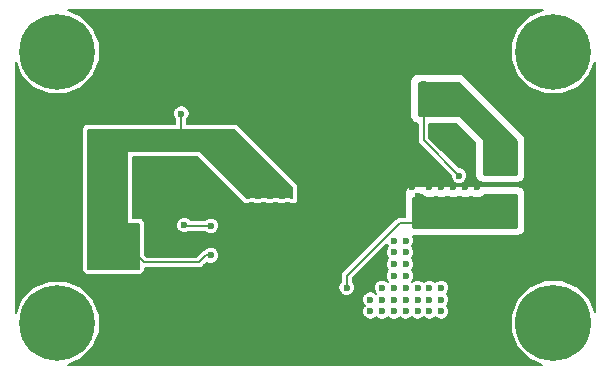
<source format=gbr>
G04 #@! TF.GenerationSoftware,KiCad,Pcbnew,(5.0.1)-rc2*
G04 #@! TF.CreationDate,2019-04-27T23:34:42+02:00*
G04 #@! TF.ProjectId,Noiseless Switching Supply,4E6F6973656C65737320537769746368,rev?*
G04 #@! TF.SameCoordinates,Original*
G04 #@! TF.FileFunction,Copper,L2,Bot,Signal*
G04 #@! TF.FilePolarity,Positive*
%FSLAX46Y46*%
G04 Gerber Fmt 4.6, Leading zero omitted, Abs format (unit mm)*
G04 Created by KiCad (PCBNEW (5.0.1)-rc2) date 27-04-2019 23:34:42*
%MOMM*%
%LPD*%
G01*
G04 APERTURE LIST*
G04 #@! TA.AperFunction,ComponentPad*
%ADD10C,6.400000*%
G04 #@! TD*
G04 #@! TA.AperFunction,ComponentPad*
%ADD11C,6.440000*%
G04 #@! TD*
G04 #@! TA.AperFunction,ViaPad*
%ADD12C,0.600000*%
G04 #@! TD*
G04 #@! TA.AperFunction,ViaPad*
%ADD13C,0.800000*%
G04 #@! TD*
G04 #@! TA.AperFunction,Conductor*
%ADD14C,0.200000*%
G04 #@! TD*
G04 #@! TA.AperFunction,Conductor*
%ADD15C,0.254000*%
G04 #@! TD*
G04 APERTURE END LIST*
D10*
G04 #@! TO.P,PCB1,1*
G04 #@! TO.N,N/C*
X128000000Y-93500000D03*
G04 #@! TO.P,PCB1,2*
X128000000Y-116500000D03*
D11*
G04 #@! TO.P,PCB1,3*
X170000000Y-116500000D03*
D10*
G04 #@! TO.P,PCB1,4*
X170000000Y-93500000D03*
G04 #@! TD*
D12*
G04 #@! TO.N,GND*
X144500000Y-106500000D03*
X147500000Y-106500000D03*
X146500000Y-106500000D03*
X145500000Y-106500000D03*
X141000000Y-106000000D03*
X141000000Y-105000000D03*
X141000000Y-104000000D03*
X140000000Y-104000000D03*
X140000000Y-105000000D03*
X140000000Y-106000000D03*
X139000000Y-106000000D03*
X139000000Y-105000000D03*
X139000000Y-104000000D03*
X138000000Y-104000000D03*
X138000000Y-105000000D03*
X138000000Y-106000000D03*
X156500000Y-100000000D03*
X157500000Y-100000000D03*
X157500000Y-101000000D03*
X156500000Y-101000000D03*
X156500000Y-102000000D03*
X157500000Y-102000000D03*
D13*
X125250000Y-99000000D03*
X172500000Y-111500000D03*
X172500000Y-98500000D03*
D12*
X153500000Y-114500000D03*
X157000000Y-104000000D03*
X156500000Y-103000000D03*
X157500000Y-103000000D03*
X158000000Y-105000000D03*
X157000000Y-105000000D03*
X156000000Y-105000000D03*
X157000000Y-106000000D03*
X156000000Y-106000000D03*
X155000000Y-105000000D03*
X155000000Y-106000000D03*
X155000000Y-107000000D03*
X156000000Y-107000000D03*
X157000000Y-107000000D03*
X157500000Y-99000000D03*
X156500000Y-99000000D03*
X156500000Y-98000000D03*
X155500000Y-98000000D03*
X156500000Y-97000000D03*
X155500000Y-97000000D03*
X155500000Y-96000000D03*
X156500000Y-96000000D03*
X154500000Y-98000000D03*
X154500000Y-97000000D03*
X154500000Y-96000000D03*
X153500000Y-97000000D03*
X153500000Y-96000000D03*
X154000000Y-105000000D03*
X154000000Y-106000000D03*
X154000000Y-107000000D03*
X136000000Y-104000000D03*
X136000000Y-105000000D03*
X136000000Y-106000000D03*
X135000000Y-106000000D03*
X135000000Y-105000000D03*
X135000000Y-104000000D03*
X135000000Y-107000000D03*
X136000000Y-107000000D03*
X136000000Y-103000000D03*
X135000000Y-103000000D03*
X168000000Y-105000000D03*
X169000000Y-105000000D03*
X162500000Y-105000000D03*
X163500000Y-105000000D03*
X168000000Y-104000000D03*
X168000000Y-106000000D03*
X168000000Y-103000000D03*
X168000000Y-107000000D03*
X161500000Y-105000000D03*
X160500000Y-105000000D03*
X159500000Y-105000000D03*
X139000000Y-110750000D03*
X149500000Y-106500000D03*
G04 #@! TO.N,/VIN*
X133500000Y-103000000D03*
X132500000Y-103000000D03*
X131500000Y-103000000D03*
X131500000Y-102000000D03*
X132500000Y-102000000D03*
X133500000Y-102000000D03*
X134000000Y-110000000D03*
X138500000Y-98750000D03*
X146500000Y-105500000D03*
X147500000Y-105500000D03*
X145500000Y-105500000D03*
X144500000Y-105500000D03*
X141000000Y-100500000D03*
X141000000Y-110750000D03*
X134000000Y-109000000D03*
X134000000Y-111000000D03*
G04 #@! TO.N,+15V*
X165500000Y-102500000D03*
X164500000Y-102500000D03*
X166500000Y-102500000D03*
X159000000Y-98500000D03*
X159000000Y-97750000D03*
X159000000Y-97000000D03*
X159000000Y-96250000D03*
X162000000Y-104000000D03*
G04 #@! TO.N,-15V*
X165500000Y-107500000D03*
X164500000Y-107500000D03*
X166500000Y-107500000D03*
X158500000Y-108000000D03*
X158500000Y-107250000D03*
X158500000Y-106500000D03*
X158500000Y-105750000D03*
X152500000Y-113500000D03*
G04 #@! TO.N,VEE*
X157500000Y-109500000D03*
X156500000Y-110500000D03*
X157500000Y-110500000D03*
X156500000Y-111500000D03*
X157500000Y-111500000D03*
X156500000Y-112500000D03*
X157500000Y-112500000D03*
X156500000Y-113500000D03*
X157500000Y-113500000D03*
X158500000Y-113500000D03*
X159500000Y-113500000D03*
X155500000Y-113500000D03*
X155500000Y-114500000D03*
X156500000Y-114500000D03*
X157500000Y-114500000D03*
X158500000Y-114500000D03*
X159500000Y-114500000D03*
X159500000Y-115500000D03*
X158500000Y-115500000D03*
X157500000Y-115500000D03*
X156500000Y-115500000D03*
X155500000Y-115500000D03*
X154500000Y-114500000D03*
X154500000Y-115500000D03*
X160500000Y-115500000D03*
X160500000Y-114500000D03*
X160500000Y-113500000D03*
X156500000Y-109500000D03*
G04 #@! TO.N,Net-(C2-Pad2)*
X141000000Y-108250000D03*
X138750000Y-108200000D03*
G04 #@! TD*
D14*
G04 #@! TO.N,/VIN*
X134299999Y-110299999D02*
X134000000Y-110000000D01*
X135350001Y-111350001D02*
X134299999Y-110299999D01*
X139975735Y-111350001D02*
X135350001Y-111350001D01*
X140575736Y-110750000D02*
X139975735Y-111350001D01*
X141000000Y-110750000D02*
X140575736Y-110750000D01*
X138500000Y-98750000D02*
X138500000Y-100500000D01*
G04 #@! TO.N,+15V*
X159000000Y-98500000D02*
X159000000Y-101000000D01*
X159000000Y-101000000D02*
X162000000Y-104000000D01*
X162000000Y-104000000D02*
X162000000Y-104000000D01*
G04 #@! TO.N,-15V*
X152500000Y-113500000D02*
X152500000Y-113500000D01*
X152500000Y-112500000D02*
X152500000Y-113500000D01*
X158500000Y-108000000D02*
X157000000Y-108000000D01*
X157000000Y-108000000D02*
X152500000Y-112500000D01*
G04 #@! TO.N,Net-(C2-Pad2)*
X138750000Y-108250000D02*
X141000000Y-108250000D01*
G04 #@! TD*
G04 #@! TO.N,GND*
G36*
X167960764Y-90448068D02*
X166948068Y-91460764D01*
X166400000Y-92783916D01*
X166400000Y-94216084D01*
X166948068Y-95539236D01*
X167960764Y-96551932D01*
X169283916Y-97100000D01*
X170716084Y-97100000D01*
X172039236Y-96551932D01*
X173051932Y-95539236D01*
X173525000Y-94397150D01*
X173525001Y-115550589D01*
X173068888Y-114449435D01*
X172050565Y-113431112D01*
X170720063Y-112880000D01*
X169279937Y-112880000D01*
X167949435Y-113431112D01*
X166931112Y-114449435D01*
X166380000Y-115779937D01*
X166380000Y-117220063D01*
X166931112Y-118550565D01*
X167949435Y-119568888D01*
X169050587Y-120025000D01*
X128897150Y-120025000D01*
X130039236Y-119551932D01*
X131051932Y-118539236D01*
X131600000Y-117216084D01*
X131600000Y-115783916D01*
X131051932Y-114460764D01*
X130039236Y-113448068D01*
X129828459Y-113360761D01*
X151800000Y-113360761D01*
X151800000Y-113639239D01*
X151906568Y-113896518D01*
X152103482Y-114093432D01*
X152360761Y-114200000D01*
X152639239Y-114200000D01*
X152896518Y-114093432D01*
X153093432Y-113896518D01*
X153200000Y-113639239D01*
X153200000Y-113360761D01*
X153093432Y-113103482D01*
X153000000Y-113010050D01*
X153000000Y-112707106D01*
X155878456Y-109828650D01*
X155906568Y-109896518D01*
X156010050Y-110000000D01*
X155906568Y-110103482D01*
X155800000Y-110360761D01*
X155800000Y-110639239D01*
X155906568Y-110896518D01*
X156010050Y-111000000D01*
X155906568Y-111103482D01*
X155800000Y-111360761D01*
X155800000Y-111639239D01*
X155906568Y-111896518D01*
X156010050Y-112000000D01*
X155906568Y-112103482D01*
X155800000Y-112360761D01*
X155800000Y-112639239D01*
X155906568Y-112896518D01*
X156010050Y-113000000D01*
X156000000Y-113010050D01*
X155896518Y-112906568D01*
X155639239Y-112800000D01*
X155360761Y-112800000D01*
X155103482Y-112906568D01*
X154906568Y-113103482D01*
X154800000Y-113360761D01*
X154800000Y-113639239D01*
X154906568Y-113896518D01*
X155010050Y-114000000D01*
X155000000Y-114010050D01*
X154896518Y-113906568D01*
X154639239Y-113800000D01*
X154360761Y-113800000D01*
X154103482Y-113906568D01*
X153906568Y-114103482D01*
X153800000Y-114360761D01*
X153800000Y-114639239D01*
X153906568Y-114896518D01*
X154010050Y-115000000D01*
X153906568Y-115103482D01*
X153800000Y-115360761D01*
X153800000Y-115639239D01*
X153906568Y-115896518D01*
X154103482Y-116093432D01*
X154360761Y-116200000D01*
X154639239Y-116200000D01*
X154896518Y-116093432D01*
X155000000Y-115989950D01*
X155103482Y-116093432D01*
X155360761Y-116200000D01*
X155639239Y-116200000D01*
X155896518Y-116093432D01*
X156000000Y-115989950D01*
X156103482Y-116093432D01*
X156360761Y-116200000D01*
X156639239Y-116200000D01*
X156896518Y-116093432D01*
X157000000Y-115989950D01*
X157103482Y-116093432D01*
X157360761Y-116200000D01*
X157639239Y-116200000D01*
X157896518Y-116093432D01*
X158000000Y-115989950D01*
X158103482Y-116093432D01*
X158360761Y-116200000D01*
X158639239Y-116200000D01*
X158896518Y-116093432D01*
X159000000Y-115989950D01*
X159103482Y-116093432D01*
X159360761Y-116200000D01*
X159639239Y-116200000D01*
X159896518Y-116093432D01*
X160000000Y-115989950D01*
X160103482Y-116093432D01*
X160360761Y-116200000D01*
X160639239Y-116200000D01*
X160896518Y-116093432D01*
X161093432Y-115896518D01*
X161200000Y-115639239D01*
X161200000Y-115360761D01*
X161093432Y-115103482D01*
X160989950Y-115000000D01*
X161093432Y-114896518D01*
X161200000Y-114639239D01*
X161200000Y-114360761D01*
X161093432Y-114103482D01*
X160989950Y-114000000D01*
X161093432Y-113896518D01*
X161200000Y-113639239D01*
X161200000Y-113360761D01*
X161093432Y-113103482D01*
X160896518Y-112906568D01*
X160639239Y-112800000D01*
X160360761Y-112800000D01*
X160103482Y-112906568D01*
X160000000Y-113010050D01*
X159896518Y-112906568D01*
X159639239Y-112800000D01*
X159360761Y-112800000D01*
X159103482Y-112906568D01*
X159000000Y-113010050D01*
X158896518Y-112906568D01*
X158639239Y-112800000D01*
X158360761Y-112800000D01*
X158103482Y-112906568D01*
X158000000Y-113010050D01*
X157989950Y-113000000D01*
X158093432Y-112896518D01*
X158200000Y-112639239D01*
X158200000Y-112360761D01*
X158093432Y-112103482D01*
X157989950Y-112000000D01*
X158093432Y-111896518D01*
X158200000Y-111639239D01*
X158200000Y-111360761D01*
X158093432Y-111103482D01*
X157989950Y-111000000D01*
X158093432Y-110896518D01*
X158200000Y-110639239D01*
X158200000Y-110360761D01*
X158093432Y-110103482D01*
X157989950Y-110000000D01*
X158093432Y-109896518D01*
X158200000Y-109639239D01*
X158200000Y-109360761D01*
X158095303Y-109108000D01*
X167000000Y-109108000D01*
X167232672Y-109061719D01*
X167429921Y-108929921D01*
X167561719Y-108732672D01*
X167608000Y-108500000D01*
X167608000Y-105500000D01*
X167561719Y-105267328D01*
X167429921Y-105070079D01*
X167232672Y-104938281D01*
X167000000Y-104892000D01*
X158000000Y-104892000D01*
X157767328Y-104938281D01*
X157570079Y-105070079D01*
X157438281Y-105267328D01*
X157392000Y-105500000D01*
X157392000Y-107500000D01*
X157049241Y-107500000D01*
X156999999Y-107490205D01*
X156950758Y-107500000D01*
X156950757Y-107500000D01*
X156804910Y-107529011D01*
X156639520Y-107639520D01*
X156611625Y-107681268D01*
X152181271Y-112111623D01*
X152139520Y-112139520D01*
X152029011Y-112304911D01*
X152000000Y-112450757D01*
X151990205Y-112500000D01*
X152000000Y-112549242D01*
X152000001Y-113010049D01*
X151906568Y-113103482D01*
X151800000Y-113360761D01*
X129828459Y-113360761D01*
X128716084Y-112900000D01*
X127283916Y-112900000D01*
X125960764Y-113448068D01*
X124948068Y-114460764D01*
X124475000Y-115602850D01*
X124475000Y-100000000D01*
X130100000Y-100000000D01*
X130100000Y-112000000D01*
X130130448Y-112153073D01*
X130217157Y-112282843D01*
X130346927Y-112369552D01*
X130500000Y-112400000D01*
X135000000Y-112400000D01*
X135153073Y-112369552D01*
X135282843Y-112282843D01*
X135369552Y-112153073D01*
X135400000Y-112000000D01*
X135400000Y-111850001D01*
X139926494Y-111850001D01*
X139975735Y-111859796D01*
X140024976Y-111850001D01*
X140024978Y-111850001D01*
X140170825Y-111820990D01*
X140336215Y-111710481D01*
X140364111Y-111668731D01*
X140664243Y-111368600D01*
X140860761Y-111450000D01*
X141139239Y-111450000D01*
X141396518Y-111343432D01*
X141593432Y-111146518D01*
X141700000Y-110889239D01*
X141700000Y-110610761D01*
X141593432Y-110353482D01*
X141396518Y-110156568D01*
X141139239Y-110050000D01*
X140860761Y-110050000D01*
X140603482Y-110156568D01*
X140505968Y-110254082D01*
X140380646Y-110279011D01*
X140215256Y-110389520D01*
X140187361Y-110431268D01*
X139768629Y-110850001D01*
X135557108Y-110850001D01*
X135400000Y-110692893D01*
X135400000Y-108060761D01*
X138050000Y-108060761D01*
X138050000Y-108339239D01*
X138156568Y-108596518D01*
X138353482Y-108793432D01*
X138610761Y-108900000D01*
X138889239Y-108900000D01*
X139146518Y-108793432D01*
X139189950Y-108750000D01*
X140510050Y-108750000D01*
X140603482Y-108843432D01*
X140860761Y-108950000D01*
X141139239Y-108950000D01*
X141396518Y-108843432D01*
X141593432Y-108646518D01*
X141700000Y-108389239D01*
X141700000Y-108110761D01*
X141593432Y-107853482D01*
X141396518Y-107656568D01*
X141139239Y-107550000D01*
X140860761Y-107550000D01*
X140603482Y-107656568D01*
X140510050Y-107750000D01*
X139289950Y-107750000D01*
X139146518Y-107606568D01*
X138889239Y-107500000D01*
X138610761Y-107500000D01*
X138353482Y-107606568D01*
X138156568Y-107803482D01*
X138050000Y-108060761D01*
X135400000Y-108060761D01*
X135400000Y-108000000D01*
X135369552Y-107846927D01*
X135282843Y-107717157D01*
X135153073Y-107630448D01*
X135000000Y-107600000D01*
X134400000Y-107600000D01*
X134400000Y-102400000D01*
X139834314Y-102400000D01*
X143717157Y-106282843D01*
X143846927Y-106369552D01*
X144000000Y-106400000D01*
X148000000Y-106400000D01*
X148153073Y-106369552D01*
X148282843Y-106282843D01*
X148369552Y-106153073D01*
X148400000Y-106000000D01*
X148400000Y-105000000D01*
X148369552Y-104846927D01*
X148282843Y-104717157D01*
X143282843Y-99717157D01*
X143153073Y-99630448D01*
X143000000Y-99600000D01*
X139000000Y-99600000D01*
X139000000Y-99239950D01*
X139093432Y-99146518D01*
X139200000Y-98889239D01*
X139200000Y-98610761D01*
X139093432Y-98353482D01*
X138896518Y-98156568D01*
X138639239Y-98050000D01*
X138360761Y-98050000D01*
X138103482Y-98156568D01*
X137906568Y-98353482D01*
X137800000Y-98610761D01*
X137800000Y-98889239D01*
X137906568Y-99146518D01*
X138000000Y-99239950D01*
X138000000Y-99600000D01*
X130500000Y-99600000D01*
X130346927Y-99630448D01*
X130217157Y-99717157D01*
X130130448Y-99846927D01*
X130100000Y-100000000D01*
X124475000Y-100000000D01*
X124475000Y-94397150D01*
X124948068Y-95539236D01*
X125960764Y-96551932D01*
X127283916Y-97100000D01*
X128716084Y-97100000D01*
X130039236Y-96551932D01*
X130591168Y-96000000D01*
X157892000Y-96000000D01*
X157892000Y-99000000D01*
X157938281Y-99232672D01*
X158070079Y-99429921D01*
X158267328Y-99561719D01*
X158500000Y-99608000D01*
X158500001Y-100950754D01*
X158490205Y-101000000D01*
X158529012Y-101195090D01*
X158639521Y-101360480D01*
X158681268Y-101388375D01*
X161300000Y-104007107D01*
X161300000Y-104139239D01*
X161406568Y-104396518D01*
X161603482Y-104593432D01*
X161860761Y-104700000D01*
X162139239Y-104700000D01*
X162396518Y-104593432D01*
X162593432Y-104396518D01*
X162700000Y-104139239D01*
X162700000Y-103860761D01*
X162593432Y-103603482D01*
X162396518Y-103406568D01*
X162139239Y-103300000D01*
X162007107Y-103300000D01*
X159500000Y-100792894D01*
X159500000Y-99608000D01*
X161748158Y-99608000D01*
X163392000Y-101251842D01*
X163392000Y-104000000D01*
X163438281Y-104232672D01*
X163570079Y-104429921D01*
X163767328Y-104561719D01*
X164000000Y-104608000D01*
X167000000Y-104608000D01*
X167232672Y-104561719D01*
X167429921Y-104429921D01*
X167561719Y-104232672D01*
X167608000Y-104000000D01*
X167608000Y-101000000D01*
X167561719Y-100767328D01*
X167429921Y-100570079D01*
X162429921Y-95570079D01*
X162232672Y-95438281D01*
X162000000Y-95392000D01*
X158500000Y-95392000D01*
X158267328Y-95438281D01*
X158070079Y-95570079D01*
X157938281Y-95767328D01*
X157892000Y-96000000D01*
X130591168Y-96000000D01*
X131051932Y-95539236D01*
X131600000Y-94216084D01*
X131600000Y-92783916D01*
X131051932Y-91460764D01*
X130039236Y-90448068D01*
X128897150Y-89975000D01*
X169102850Y-89975000D01*
X167960764Y-90448068D01*
X167960764Y-90448068D01*
G37*
X167960764Y-90448068D02*
X166948068Y-91460764D01*
X166400000Y-92783916D01*
X166400000Y-94216084D01*
X166948068Y-95539236D01*
X167960764Y-96551932D01*
X169283916Y-97100000D01*
X170716084Y-97100000D01*
X172039236Y-96551932D01*
X173051932Y-95539236D01*
X173525000Y-94397150D01*
X173525001Y-115550589D01*
X173068888Y-114449435D01*
X172050565Y-113431112D01*
X170720063Y-112880000D01*
X169279937Y-112880000D01*
X167949435Y-113431112D01*
X166931112Y-114449435D01*
X166380000Y-115779937D01*
X166380000Y-117220063D01*
X166931112Y-118550565D01*
X167949435Y-119568888D01*
X169050587Y-120025000D01*
X128897150Y-120025000D01*
X130039236Y-119551932D01*
X131051932Y-118539236D01*
X131600000Y-117216084D01*
X131600000Y-115783916D01*
X131051932Y-114460764D01*
X130039236Y-113448068D01*
X129828459Y-113360761D01*
X151800000Y-113360761D01*
X151800000Y-113639239D01*
X151906568Y-113896518D01*
X152103482Y-114093432D01*
X152360761Y-114200000D01*
X152639239Y-114200000D01*
X152896518Y-114093432D01*
X153093432Y-113896518D01*
X153200000Y-113639239D01*
X153200000Y-113360761D01*
X153093432Y-113103482D01*
X153000000Y-113010050D01*
X153000000Y-112707106D01*
X155878456Y-109828650D01*
X155906568Y-109896518D01*
X156010050Y-110000000D01*
X155906568Y-110103482D01*
X155800000Y-110360761D01*
X155800000Y-110639239D01*
X155906568Y-110896518D01*
X156010050Y-111000000D01*
X155906568Y-111103482D01*
X155800000Y-111360761D01*
X155800000Y-111639239D01*
X155906568Y-111896518D01*
X156010050Y-112000000D01*
X155906568Y-112103482D01*
X155800000Y-112360761D01*
X155800000Y-112639239D01*
X155906568Y-112896518D01*
X156010050Y-113000000D01*
X156000000Y-113010050D01*
X155896518Y-112906568D01*
X155639239Y-112800000D01*
X155360761Y-112800000D01*
X155103482Y-112906568D01*
X154906568Y-113103482D01*
X154800000Y-113360761D01*
X154800000Y-113639239D01*
X154906568Y-113896518D01*
X155010050Y-114000000D01*
X155000000Y-114010050D01*
X154896518Y-113906568D01*
X154639239Y-113800000D01*
X154360761Y-113800000D01*
X154103482Y-113906568D01*
X153906568Y-114103482D01*
X153800000Y-114360761D01*
X153800000Y-114639239D01*
X153906568Y-114896518D01*
X154010050Y-115000000D01*
X153906568Y-115103482D01*
X153800000Y-115360761D01*
X153800000Y-115639239D01*
X153906568Y-115896518D01*
X154103482Y-116093432D01*
X154360761Y-116200000D01*
X154639239Y-116200000D01*
X154896518Y-116093432D01*
X155000000Y-115989950D01*
X155103482Y-116093432D01*
X155360761Y-116200000D01*
X155639239Y-116200000D01*
X155896518Y-116093432D01*
X156000000Y-115989950D01*
X156103482Y-116093432D01*
X156360761Y-116200000D01*
X156639239Y-116200000D01*
X156896518Y-116093432D01*
X157000000Y-115989950D01*
X157103482Y-116093432D01*
X157360761Y-116200000D01*
X157639239Y-116200000D01*
X157896518Y-116093432D01*
X158000000Y-115989950D01*
X158103482Y-116093432D01*
X158360761Y-116200000D01*
X158639239Y-116200000D01*
X158896518Y-116093432D01*
X159000000Y-115989950D01*
X159103482Y-116093432D01*
X159360761Y-116200000D01*
X159639239Y-116200000D01*
X159896518Y-116093432D01*
X160000000Y-115989950D01*
X160103482Y-116093432D01*
X160360761Y-116200000D01*
X160639239Y-116200000D01*
X160896518Y-116093432D01*
X161093432Y-115896518D01*
X161200000Y-115639239D01*
X161200000Y-115360761D01*
X161093432Y-115103482D01*
X160989950Y-115000000D01*
X161093432Y-114896518D01*
X161200000Y-114639239D01*
X161200000Y-114360761D01*
X161093432Y-114103482D01*
X160989950Y-114000000D01*
X161093432Y-113896518D01*
X161200000Y-113639239D01*
X161200000Y-113360761D01*
X161093432Y-113103482D01*
X160896518Y-112906568D01*
X160639239Y-112800000D01*
X160360761Y-112800000D01*
X160103482Y-112906568D01*
X160000000Y-113010050D01*
X159896518Y-112906568D01*
X159639239Y-112800000D01*
X159360761Y-112800000D01*
X159103482Y-112906568D01*
X159000000Y-113010050D01*
X158896518Y-112906568D01*
X158639239Y-112800000D01*
X158360761Y-112800000D01*
X158103482Y-112906568D01*
X158000000Y-113010050D01*
X157989950Y-113000000D01*
X158093432Y-112896518D01*
X158200000Y-112639239D01*
X158200000Y-112360761D01*
X158093432Y-112103482D01*
X157989950Y-112000000D01*
X158093432Y-111896518D01*
X158200000Y-111639239D01*
X158200000Y-111360761D01*
X158093432Y-111103482D01*
X157989950Y-111000000D01*
X158093432Y-110896518D01*
X158200000Y-110639239D01*
X158200000Y-110360761D01*
X158093432Y-110103482D01*
X157989950Y-110000000D01*
X158093432Y-109896518D01*
X158200000Y-109639239D01*
X158200000Y-109360761D01*
X158095303Y-109108000D01*
X167000000Y-109108000D01*
X167232672Y-109061719D01*
X167429921Y-108929921D01*
X167561719Y-108732672D01*
X167608000Y-108500000D01*
X167608000Y-105500000D01*
X167561719Y-105267328D01*
X167429921Y-105070079D01*
X167232672Y-104938281D01*
X167000000Y-104892000D01*
X158000000Y-104892000D01*
X157767328Y-104938281D01*
X157570079Y-105070079D01*
X157438281Y-105267328D01*
X157392000Y-105500000D01*
X157392000Y-107500000D01*
X157049241Y-107500000D01*
X156999999Y-107490205D01*
X156950758Y-107500000D01*
X156950757Y-107500000D01*
X156804910Y-107529011D01*
X156639520Y-107639520D01*
X156611625Y-107681268D01*
X152181271Y-112111623D01*
X152139520Y-112139520D01*
X152029011Y-112304911D01*
X152000000Y-112450757D01*
X151990205Y-112500000D01*
X152000000Y-112549242D01*
X152000001Y-113010049D01*
X151906568Y-113103482D01*
X151800000Y-113360761D01*
X129828459Y-113360761D01*
X128716084Y-112900000D01*
X127283916Y-112900000D01*
X125960764Y-113448068D01*
X124948068Y-114460764D01*
X124475000Y-115602850D01*
X124475000Y-100000000D01*
X130100000Y-100000000D01*
X130100000Y-112000000D01*
X130130448Y-112153073D01*
X130217157Y-112282843D01*
X130346927Y-112369552D01*
X130500000Y-112400000D01*
X135000000Y-112400000D01*
X135153073Y-112369552D01*
X135282843Y-112282843D01*
X135369552Y-112153073D01*
X135400000Y-112000000D01*
X135400000Y-111850001D01*
X139926494Y-111850001D01*
X139975735Y-111859796D01*
X140024976Y-111850001D01*
X140024978Y-111850001D01*
X140170825Y-111820990D01*
X140336215Y-111710481D01*
X140364111Y-111668731D01*
X140664243Y-111368600D01*
X140860761Y-111450000D01*
X141139239Y-111450000D01*
X141396518Y-111343432D01*
X141593432Y-111146518D01*
X141700000Y-110889239D01*
X141700000Y-110610761D01*
X141593432Y-110353482D01*
X141396518Y-110156568D01*
X141139239Y-110050000D01*
X140860761Y-110050000D01*
X140603482Y-110156568D01*
X140505968Y-110254082D01*
X140380646Y-110279011D01*
X140215256Y-110389520D01*
X140187361Y-110431268D01*
X139768629Y-110850001D01*
X135557108Y-110850001D01*
X135400000Y-110692893D01*
X135400000Y-108060761D01*
X138050000Y-108060761D01*
X138050000Y-108339239D01*
X138156568Y-108596518D01*
X138353482Y-108793432D01*
X138610761Y-108900000D01*
X138889239Y-108900000D01*
X139146518Y-108793432D01*
X139189950Y-108750000D01*
X140510050Y-108750000D01*
X140603482Y-108843432D01*
X140860761Y-108950000D01*
X141139239Y-108950000D01*
X141396518Y-108843432D01*
X141593432Y-108646518D01*
X141700000Y-108389239D01*
X141700000Y-108110761D01*
X141593432Y-107853482D01*
X141396518Y-107656568D01*
X141139239Y-107550000D01*
X140860761Y-107550000D01*
X140603482Y-107656568D01*
X140510050Y-107750000D01*
X139289950Y-107750000D01*
X139146518Y-107606568D01*
X138889239Y-107500000D01*
X138610761Y-107500000D01*
X138353482Y-107606568D01*
X138156568Y-107803482D01*
X138050000Y-108060761D01*
X135400000Y-108060761D01*
X135400000Y-108000000D01*
X135369552Y-107846927D01*
X135282843Y-107717157D01*
X135153073Y-107630448D01*
X135000000Y-107600000D01*
X134400000Y-107600000D01*
X134400000Y-102400000D01*
X139834314Y-102400000D01*
X143717157Y-106282843D01*
X143846927Y-106369552D01*
X144000000Y-106400000D01*
X148000000Y-106400000D01*
X148153073Y-106369552D01*
X148282843Y-106282843D01*
X148369552Y-106153073D01*
X148400000Y-106000000D01*
X148400000Y-105000000D01*
X148369552Y-104846927D01*
X148282843Y-104717157D01*
X143282843Y-99717157D01*
X143153073Y-99630448D01*
X143000000Y-99600000D01*
X139000000Y-99600000D01*
X139000000Y-99239950D01*
X139093432Y-99146518D01*
X139200000Y-98889239D01*
X139200000Y-98610761D01*
X139093432Y-98353482D01*
X138896518Y-98156568D01*
X138639239Y-98050000D01*
X138360761Y-98050000D01*
X138103482Y-98156568D01*
X137906568Y-98353482D01*
X137800000Y-98610761D01*
X137800000Y-98889239D01*
X137906568Y-99146518D01*
X138000000Y-99239950D01*
X138000000Y-99600000D01*
X130500000Y-99600000D01*
X130346927Y-99630448D01*
X130217157Y-99717157D01*
X130130448Y-99846927D01*
X130100000Y-100000000D01*
X124475000Y-100000000D01*
X124475000Y-94397150D01*
X124948068Y-95539236D01*
X125960764Y-96551932D01*
X127283916Y-97100000D01*
X128716084Y-97100000D01*
X130039236Y-96551932D01*
X130591168Y-96000000D01*
X157892000Y-96000000D01*
X157892000Y-99000000D01*
X157938281Y-99232672D01*
X158070079Y-99429921D01*
X158267328Y-99561719D01*
X158500000Y-99608000D01*
X158500001Y-100950754D01*
X158490205Y-101000000D01*
X158529012Y-101195090D01*
X158639521Y-101360480D01*
X158681268Y-101388375D01*
X161300000Y-104007107D01*
X161300000Y-104139239D01*
X161406568Y-104396518D01*
X161603482Y-104593432D01*
X161860761Y-104700000D01*
X162139239Y-104700000D01*
X162396518Y-104593432D01*
X162593432Y-104396518D01*
X162700000Y-104139239D01*
X162700000Y-103860761D01*
X162593432Y-103603482D01*
X162396518Y-103406568D01*
X162139239Y-103300000D01*
X162007107Y-103300000D01*
X159500000Y-100792894D01*
X159500000Y-99608000D01*
X161748158Y-99608000D01*
X163392000Y-101251842D01*
X163392000Y-104000000D01*
X163438281Y-104232672D01*
X163570079Y-104429921D01*
X163767328Y-104561719D01*
X164000000Y-104608000D01*
X167000000Y-104608000D01*
X167232672Y-104561719D01*
X167429921Y-104429921D01*
X167561719Y-104232672D01*
X167608000Y-104000000D01*
X167608000Y-101000000D01*
X167561719Y-100767328D01*
X167429921Y-100570079D01*
X162429921Y-95570079D01*
X162232672Y-95438281D01*
X162000000Y-95392000D01*
X158500000Y-95392000D01*
X158267328Y-95438281D01*
X158070079Y-95570079D01*
X157938281Y-95767328D01*
X157892000Y-96000000D01*
X130591168Y-96000000D01*
X131051932Y-95539236D01*
X131600000Y-94216084D01*
X131600000Y-92783916D01*
X131051932Y-91460764D01*
X130039236Y-90448068D01*
X128897150Y-89975000D01*
X169102850Y-89975000D01*
X167960764Y-90448068D01*
G04 #@! TO.N,/VIN*
G36*
X147900000Y-105041422D02*
X147900000Y-105900000D01*
X147880661Y-105900000D01*
X147639239Y-105800000D01*
X147360761Y-105800000D01*
X147119339Y-105900000D01*
X146880661Y-105900000D01*
X146639239Y-105800000D01*
X146360761Y-105800000D01*
X146119339Y-105900000D01*
X145880661Y-105900000D01*
X145639239Y-105800000D01*
X145360761Y-105800000D01*
X145119339Y-105900000D01*
X144880661Y-105900000D01*
X144639239Y-105800000D01*
X144360761Y-105800000D01*
X144119339Y-105900000D01*
X144041422Y-105900000D01*
X140070711Y-101929289D01*
X140038268Y-101907612D01*
X140000000Y-101900000D01*
X134000000Y-101900000D01*
X133961732Y-101907612D01*
X133929289Y-101929289D01*
X133907612Y-101961732D01*
X133900000Y-102000000D01*
X133900000Y-108000000D01*
X133907612Y-108038268D01*
X133929289Y-108070711D01*
X133961732Y-108092388D01*
X134000000Y-108100000D01*
X134900000Y-108100000D01*
X134900000Y-111900000D01*
X130600000Y-111900000D01*
X130600000Y-100100000D01*
X142958578Y-100100000D01*
X147900000Y-105041422D01*
X147900000Y-105041422D01*
G37*
X147900000Y-105041422D02*
X147900000Y-105900000D01*
X147880661Y-105900000D01*
X147639239Y-105800000D01*
X147360761Y-105800000D01*
X147119339Y-105900000D01*
X146880661Y-105900000D01*
X146639239Y-105800000D01*
X146360761Y-105800000D01*
X146119339Y-105900000D01*
X145880661Y-105900000D01*
X145639239Y-105800000D01*
X145360761Y-105800000D01*
X145119339Y-105900000D01*
X144880661Y-105900000D01*
X144639239Y-105800000D01*
X144360761Y-105800000D01*
X144119339Y-105900000D01*
X144041422Y-105900000D01*
X140070711Y-101929289D01*
X140038268Y-101907612D01*
X140000000Y-101900000D01*
X134000000Y-101900000D01*
X133961732Y-101907612D01*
X133929289Y-101929289D01*
X133907612Y-101961732D01*
X133900000Y-102000000D01*
X133900000Y-108000000D01*
X133907612Y-108038268D01*
X133929289Y-108070711D01*
X133961732Y-108092388D01*
X134000000Y-108100000D01*
X134900000Y-108100000D01*
X134900000Y-111900000D01*
X130600000Y-111900000D01*
X130600000Y-100100000D01*
X142958578Y-100100000D01*
X147900000Y-105041422D01*
D15*
G04 #@! TO.N,-15V*
G36*
X158970365Y-105792655D02*
X159314017Y-105935000D01*
X159685983Y-105935000D01*
X160000000Y-105804930D01*
X160314017Y-105935000D01*
X160685983Y-105935000D01*
X161000000Y-105804930D01*
X161314017Y-105935000D01*
X161685983Y-105935000D01*
X162000000Y-105804930D01*
X162314017Y-105935000D01*
X162685983Y-105935000D01*
X163000000Y-105804930D01*
X163314017Y-105935000D01*
X163685983Y-105935000D01*
X164029635Y-105792655D01*
X164195290Y-105627000D01*
X166873000Y-105627000D01*
X166873000Y-108373000D01*
X158127000Y-108373000D01*
X158127000Y-105935000D01*
X158185983Y-105935000D01*
X158529635Y-105792655D01*
X158695290Y-105627000D01*
X158804710Y-105627000D01*
X158970365Y-105792655D01*
X158970365Y-105792655D01*
G37*
X158970365Y-105792655D02*
X159314017Y-105935000D01*
X159685983Y-105935000D01*
X160000000Y-105804930D01*
X160314017Y-105935000D01*
X160685983Y-105935000D01*
X161000000Y-105804930D01*
X161314017Y-105935000D01*
X161685983Y-105935000D01*
X162000000Y-105804930D01*
X162314017Y-105935000D01*
X162685983Y-105935000D01*
X163000000Y-105804930D01*
X163314017Y-105935000D01*
X163685983Y-105935000D01*
X164029635Y-105792655D01*
X164195290Y-105627000D01*
X166873000Y-105627000D01*
X166873000Y-108373000D01*
X158127000Y-108373000D01*
X158127000Y-105935000D01*
X158185983Y-105935000D01*
X158529635Y-105792655D01*
X158695290Y-105627000D01*
X158804710Y-105627000D01*
X158970365Y-105792655D01*
G04 #@! TO.N,+15V*
G36*
X166873000Y-101052606D02*
X166873000Y-103873000D01*
X164127000Y-103873000D01*
X164127000Y-101000000D01*
X164117333Y-100951399D01*
X164089803Y-100910197D01*
X162089803Y-98910197D01*
X162048601Y-98882667D01*
X162000000Y-98873000D01*
X158627000Y-98873000D01*
X158627000Y-96127000D01*
X161947394Y-96127000D01*
X166873000Y-101052606D01*
X166873000Y-101052606D01*
G37*
X166873000Y-101052606D02*
X166873000Y-103873000D01*
X164127000Y-103873000D01*
X164127000Y-101000000D01*
X164117333Y-100951399D01*
X164089803Y-100910197D01*
X162089803Y-98910197D01*
X162048601Y-98882667D01*
X162000000Y-98873000D01*
X158627000Y-98873000D01*
X158627000Y-96127000D01*
X161947394Y-96127000D01*
X166873000Y-101052606D01*
G04 #@! TD*
M02*

</source>
